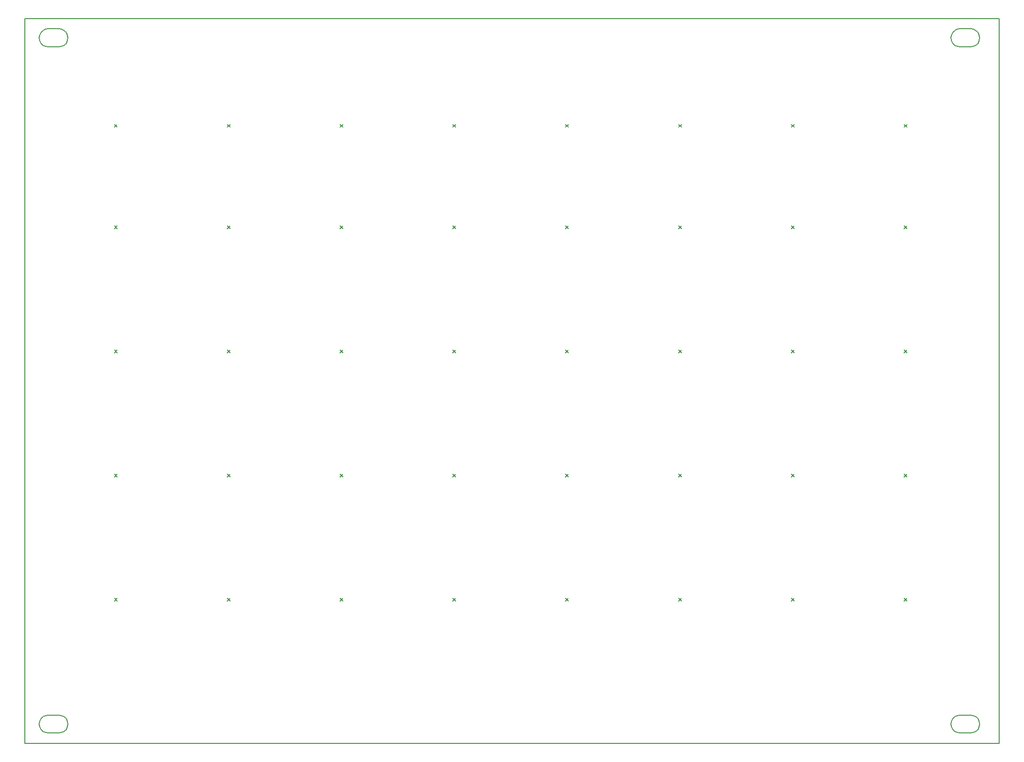
<source format=gbr>
G04 #@! TF.GenerationSoftware,KiCad,Pcbnew,5.0.2+dfsg1-1~bpo9+1*
G04 #@! TF.CreationDate,2019-09-09T21:32:31+02:00*
G04 #@! TF.ProjectId,frontpanel,66726f6e-7470-4616-9e65-6c2e6b696361,rev?*
G04 #@! TF.SameCoordinates,Original*
G04 #@! TF.FileFunction,Profile,NP*
%FSLAX46Y46*%
G04 Gerber Fmt 4.6, Leading zero omitted, Abs format (unit mm)*
G04 Created by KiCad (PCBNEW 5.0.2+dfsg1-1~bpo9+1) date Mon 09 Sep 2019 09:32:31 PM CEST*
%MOMM*%
%LPD*%
G01*
G04 APERTURE LIST*
%ADD10C,0.200000*%
G04 APERTURE END LIST*
D10*
X72019690Y-29951000D02*
X71792420Y-30397000D01*
X72098000Y-29457000D02*
X72019690Y-29951000D01*
X72019690Y-28962000D02*
X72098000Y-29457000D01*
X71792420Y-28516000D02*
X72019690Y-28962000D01*
X71438450Y-28162000D02*
X71792420Y-28516000D01*
X70992420Y-27935000D02*
X71438450Y-28162000D01*
X70497990Y-27856000D02*
X70992420Y-27935000D01*
X68618000Y-27856000D02*
X70497990Y-27856000D01*
X68123570Y-27935000D02*
X68618000Y-27856000D01*
X67677540Y-28162000D02*
X68123570Y-27935000D01*
X67323570Y-28516000D02*
X67677540Y-28162000D01*
X67096300Y-28962000D02*
X67323570Y-28516000D01*
X67017990Y-29457000D02*
X67096300Y-28962000D01*
X67096300Y-29951000D02*
X67017990Y-29457000D01*
X67323570Y-30397000D02*
X67096300Y-29951000D01*
X200338000Y-107294000D02*
X200838000Y-106794000D01*
X160838000Y-107294000D02*
X160338000Y-106794000D01*
X160838000Y-106794000D02*
X160338000Y-107294000D01*
X160338000Y-106794000D02*
X160838000Y-107294000D01*
X160338000Y-107294000D02*
X160838000Y-106794000D01*
X120838000Y-107294000D02*
X120338000Y-106794000D01*
X120838000Y-106794000D02*
X120338000Y-107294000D01*
X120338000Y-106794000D02*
X120838000Y-107294000D01*
X120338000Y-107294000D02*
X120838000Y-106794000D01*
X140838000Y-107294000D02*
X140338000Y-106794000D01*
X140838000Y-106794000D02*
X140338000Y-107294000D01*
X140338000Y-106794000D02*
X140838000Y-107294000D01*
X140338000Y-107294000D02*
X140838000Y-106794000D01*
X220838000Y-107294000D02*
X220338000Y-106794000D01*
X220838000Y-106794000D02*
X220338000Y-107294000D01*
X64478000Y-154544000D02*
X237198000Y-154544000D01*
X64478000Y-26044000D02*
X64478000Y-154544000D01*
X200338000Y-63294000D02*
X200838000Y-62794000D01*
X180838000Y-63294000D02*
X180338000Y-62794000D01*
X180838000Y-62794000D02*
X180338000Y-63294000D01*
X180338000Y-62794000D02*
X180838000Y-63294000D01*
X180338000Y-63294000D02*
X180838000Y-62794000D01*
X120338000Y-63294000D02*
X120838000Y-62794000D01*
X120838000Y-63294000D02*
X120338000Y-62794000D01*
X120838000Y-62794000D02*
X120338000Y-63294000D01*
X120338000Y-62794000D02*
X120838000Y-63294000D01*
X200838000Y-45294000D02*
X200338000Y-44794000D01*
X200838000Y-44794000D02*
X200338000Y-45294000D01*
X200338000Y-44794000D02*
X200838000Y-45294000D01*
X200338000Y-45294000D02*
X200838000Y-44794000D01*
X80838000Y-45294000D02*
X80338000Y-44794000D01*
X80838000Y-44794000D02*
X80338000Y-45294000D01*
X180838000Y-107294000D02*
X180338000Y-106794000D01*
X180838000Y-106794000D02*
X180338000Y-107294000D01*
X180338000Y-106794000D02*
X180838000Y-107294000D01*
X180338000Y-107294000D02*
X180838000Y-106794000D01*
X100838000Y-107294000D02*
X100338000Y-106794000D01*
X100838000Y-106794000D02*
X100338000Y-107294000D01*
X100338000Y-106794000D02*
X100838000Y-107294000D01*
X100338000Y-107294000D02*
X100838000Y-106794000D01*
X80838000Y-107294000D02*
X80338000Y-106794000D01*
X80838000Y-106794000D02*
X80338000Y-107294000D01*
X80338000Y-106794000D02*
X80838000Y-107294000D01*
X80338000Y-107294000D02*
X80838000Y-106794000D01*
X200838000Y-107294000D02*
X200338000Y-106794000D01*
X200838000Y-106794000D02*
X200338000Y-107294000D01*
X200338000Y-106794000D02*
X200838000Y-107294000D01*
X67677540Y-30751000D02*
X67323570Y-30397000D01*
X68123570Y-30978000D02*
X67677540Y-30751000D01*
X68618000Y-31056000D02*
X68123570Y-30978000D01*
X232118000Y-31056000D02*
X230238000Y-31056000D01*
X232612000Y-30978000D02*
X232118000Y-31056000D01*
X233058000Y-30751000D02*
X232612000Y-30978000D01*
X233412000Y-30397000D02*
X233058000Y-30751000D01*
X233640000Y-29951000D02*
X233412000Y-30397000D01*
X233718000Y-29457000D02*
X233640000Y-29951000D01*
X233640000Y-28962000D02*
X233718000Y-29457000D01*
X233412000Y-28516000D02*
X233640000Y-28962000D01*
X233058000Y-28162000D02*
X233412000Y-28516000D01*
X232612000Y-27935000D02*
X233058000Y-28162000D01*
X232118000Y-27856000D02*
X232612000Y-27935000D01*
X230238000Y-27856000D02*
X232118000Y-27856000D01*
X229744000Y-27935000D02*
X230238000Y-27856000D01*
X232612000Y-149609810D02*
X233058000Y-149837080D01*
X232118000Y-149531500D02*
X232612000Y-149609810D01*
X230238000Y-149531500D02*
X232118000Y-149531500D01*
X229744000Y-149609810D02*
X230238000Y-149531500D01*
X229298000Y-149837080D02*
X229744000Y-149609810D01*
X228944000Y-150191050D02*
X229298000Y-149837080D01*
X228716000Y-150637080D02*
X228944000Y-150191050D01*
X228638000Y-151131510D02*
X228716000Y-150637080D01*
X228716000Y-151625940D02*
X228638000Y-151131510D01*
X228944000Y-152071970D02*
X228716000Y-151625940D01*
X229298000Y-152425930D02*
X228944000Y-152071970D01*
X229744000Y-152653190D02*
X229298000Y-152425930D01*
X230238000Y-152731500D02*
X229744000Y-152653190D01*
X200838000Y-129294000D02*
X200338000Y-128794000D01*
X200838000Y-128794000D02*
X200338000Y-129294000D01*
X140838000Y-44794000D02*
X140338000Y-45294000D01*
X140338000Y-44794000D02*
X140838000Y-45294000D01*
X140338000Y-45294000D02*
X140838000Y-44794000D01*
X100838000Y-45294000D02*
X100338000Y-44794000D01*
X100838000Y-44794000D02*
X100338000Y-45294000D01*
X100338000Y-44794000D02*
X100838000Y-45294000D01*
X100338000Y-45294000D02*
X100838000Y-44794000D01*
X220838000Y-45294000D02*
X220338000Y-44794000D01*
X220838000Y-44794000D02*
X220338000Y-45294000D01*
X220338000Y-44794000D02*
X220838000Y-45294000D01*
X220338000Y-45294000D02*
X220838000Y-44794000D01*
X70497990Y-31056000D02*
X68618000Y-31056000D01*
X70992420Y-30978000D02*
X70497990Y-31056000D01*
X71438450Y-30751000D02*
X70992420Y-30978000D01*
X71792420Y-30397000D02*
X71438450Y-30751000D01*
X220338000Y-106794000D02*
X220838000Y-107294000D01*
X220338000Y-107294000D02*
X220838000Y-106794000D01*
X200838000Y-85294000D02*
X200338000Y-84794000D01*
X200838000Y-84794000D02*
X200338000Y-85294000D01*
X200338000Y-84794000D02*
X200838000Y-85294000D01*
X200338000Y-85294000D02*
X200838000Y-84794000D01*
X100338000Y-85294000D02*
X100838000Y-84794000D01*
X100838000Y-85294000D02*
X100338000Y-84794000D01*
X100838000Y-84794000D02*
X100338000Y-85294000D01*
X100338000Y-84794000D02*
X100838000Y-85294000D01*
X80838000Y-85294000D02*
X80338000Y-84794000D01*
X80838000Y-84794000D02*
X80338000Y-85294000D01*
X80338000Y-84794000D02*
X80838000Y-85294000D01*
X80338000Y-85294000D02*
X80838000Y-84794000D01*
X160838000Y-85294000D02*
X160338000Y-84794000D01*
X229298000Y-28162000D02*
X229744000Y-27935000D01*
X228944000Y-28516000D02*
X229298000Y-28162000D01*
X228716000Y-28962000D02*
X228944000Y-28516000D01*
X228638000Y-29457000D02*
X228716000Y-28962000D01*
X228716000Y-29951000D02*
X228638000Y-29457000D01*
X230238000Y-31056000D02*
X229744000Y-30978000D01*
X237198000Y-154544000D02*
X237198000Y-26044000D01*
X228944000Y-30397000D02*
X228716000Y-29951000D01*
X229298000Y-30751000D02*
X228944000Y-30397000D01*
X229744000Y-30978000D02*
X229298000Y-30751000D01*
X100838000Y-128794000D02*
X100338000Y-129294000D01*
X100338000Y-128794000D02*
X100838000Y-129294000D01*
X100338000Y-129294000D02*
X100838000Y-128794000D01*
X80838000Y-129294000D02*
X80338000Y-128794000D01*
X80838000Y-128794000D02*
X80338000Y-129294000D01*
X80338000Y-128794000D02*
X80838000Y-129294000D01*
X80338000Y-129294000D02*
X80838000Y-128794000D01*
X120838000Y-129294000D02*
X120338000Y-128794000D01*
X120838000Y-128794000D02*
X120338000Y-129294000D01*
X120338000Y-128794000D02*
X120838000Y-129294000D01*
X120338000Y-129294000D02*
X120838000Y-128794000D01*
X220838000Y-129294000D02*
X220338000Y-128794000D01*
X220838000Y-128794000D02*
X220338000Y-129294000D01*
X220338000Y-128794000D02*
X220838000Y-129294000D01*
X220338000Y-129294000D02*
X220838000Y-128794000D01*
X70992420Y-152653190D02*
X70497990Y-152731500D01*
X71438450Y-152425930D02*
X70992420Y-152653190D01*
X71792420Y-152071970D02*
X71438450Y-152425930D01*
X72019690Y-151625940D02*
X71792420Y-152071970D01*
X72098000Y-151131510D02*
X72019690Y-151625940D01*
X72019690Y-150637080D02*
X72098000Y-151131510D01*
X71792420Y-150191050D02*
X72019690Y-150637080D01*
X71438450Y-149837080D02*
X71792420Y-150191050D01*
X70992420Y-149609810D02*
X71438450Y-149837080D01*
X70497990Y-149531500D02*
X70992420Y-149609810D01*
X68618000Y-149531500D02*
X70497990Y-149531500D01*
X68123570Y-149609810D02*
X68618000Y-149531500D01*
X67677540Y-149837080D02*
X68123570Y-149609810D01*
X67323570Y-150191050D02*
X67677540Y-149837080D01*
X67096300Y-150637080D02*
X67323570Y-150191050D01*
X140338000Y-85294000D02*
X140838000Y-84794000D01*
X140838000Y-85294000D02*
X140338000Y-84794000D01*
X140838000Y-84794000D02*
X140338000Y-85294000D01*
X140338000Y-84794000D02*
X140838000Y-85294000D01*
X120338000Y-85294000D02*
X120838000Y-84794000D01*
X120838000Y-85294000D02*
X120338000Y-84794000D01*
X120838000Y-84794000D02*
X120338000Y-85294000D01*
X120338000Y-84794000D02*
X120838000Y-85294000D01*
X140338000Y-63294000D02*
X140838000Y-62794000D01*
X140838000Y-63294000D02*
X140338000Y-62794000D01*
X140838000Y-62794000D02*
X140338000Y-63294000D01*
X140338000Y-62794000D02*
X140838000Y-63294000D01*
X70497990Y-152731500D02*
X68618000Y-152731500D01*
X160838000Y-63294000D02*
X160338000Y-62794000D01*
X160838000Y-62794000D02*
X160338000Y-63294000D01*
X160338000Y-62794000D02*
X160838000Y-63294000D01*
X160338000Y-63294000D02*
X160838000Y-62794000D01*
X100838000Y-63294000D02*
X100338000Y-62794000D01*
X100838000Y-62794000D02*
X100338000Y-63294000D01*
X100338000Y-62794000D02*
X100838000Y-63294000D01*
X100338000Y-63294000D02*
X100838000Y-62794000D01*
X80838000Y-63294000D02*
X80338000Y-62794000D01*
X80838000Y-62794000D02*
X80338000Y-63294000D01*
X80338000Y-62794000D02*
X80838000Y-63294000D01*
X80338000Y-63294000D02*
X80838000Y-62794000D01*
X200838000Y-63294000D02*
X200338000Y-62794000D01*
X200838000Y-62794000D02*
X200338000Y-63294000D01*
X200338000Y-62794000D02*
X200838000Y-63294000D01*
X160838000Y-84794000D02*
X160338000Y-85294000D01*
X160338000Y-84794000D02*
X160838000Y-85294000D01*
X160338000Y-85294000D02*
X160838000Y-84794000D01*
X180838000Y-85294000D02*
X180338000Y-84794000D01*
X180838000Y-84794000D02*
X180338000Y-85294000D01*
X180338000Y-84794000D02*
X180838000Y-85294000D01*
X180338000Y-85294000D02*
X180838000Y-84794000D01*
X220838000Y-85294000D02*
X220338000Y-84794000D01*
X220838000Y-84794000D02*
X220338000Y-85294000D01*
X220338000Y-84794000D02*
X220838000Y-85294000D01*
X220338000Y-85294000D02*
X220838000Y-84794000D01*
X220838000Y-63294000D02*
X220338000Y-62794000D01*
X220838000Y-62794000D02*
X220338000Y-63294000D01*
X220338000Y-62794000D02*
X220838000Y-63294000D01*
X220338000Y-63294000D02*
X220838000Y-62794000D01*
X67017990Y-151131510D02*
X67096300Y-150637080D01*
X67096300Y-151625940D02*
X67017990Y-151131510D01*
X67323570Y-152071970D02*
X67096300Y-151625940D01*
X67677540Y-152425930D02*
X67323570Y-152071970D01*
X68123570Y-152653190D02*
X67677540Y-152425930D01*
X68618000Y-152731500D02*
X68123570Y-152653190D01*
X232118000Y-152731500D02*
X230238000Y-152731500D01*
X232612000Y-152653190D02*
X232118000Y-152731500D01*
X233058000Y-152425930D02*
X232612000Y-152653190D01*
X233412000Y-152071970D02*
X233058000Y-152425930D01*
X233640000Y-151625940D02*
X233412000Y-152071970D01*
X233718000Y-151131510D02*
X233640000Y-151625940D01*
X233640000Y-150637080D02*
X233718000Y-151131510D01*
X233412000Y-150191050D02*
X233640000Y-150637080D01*
X233058000Y-149837080D02*
X233412000Y-150191050D01*
X237198000Y-26044000D02*
X64478000Y-26044000D01*
X80338000Y-44794000D02*
X80838000Y-45294000D01*
X80338000Y-45294000D02*
X80838000Y-44794000D01*
X180838000Y-45294000D02*
X180338000Y-44794000D01*
X180838000Y-44794000D02*
X180338000Y-45294000D01*
X180338000Y-44794000D02*
X180838000Y-45294000D01*
X180338000Y-45294000D02*
X180838000Y-44794000D01*
X120838000Y-45294000D02*
X120338000Y-44794000D01*
X120838000Y-44794000D02*
X120338000Y-45294000D01*
X120338000Y-44794000D02*
X120838000Y-45294000D01*
X120338000Y-45294000D02*
X120838000Y-44794000D01*
X160838000Y-45294000D02*
X160338000Y-44794000D01*
X160838000Y-44794000D02*
X160338000Y-45294000D01*
X160338000Y-44794000D02*
X160838000Y-45294000D01*
X160338000Y-45294000D02*
X160838000Y-44794000D01*
X140838000Y-45294000D02*
X140338000Y-44794000D01*
X200338000Y-128794000D02*
X200838000Y-129294000D01*
X200338000Y-129294000D02*
X200838000Y-128794000D01*
X180838000Y-129294000D02*
X180338000Y-128794000D01*
X180838000Y-128794000D02*
X180338000Y-129294000D01*
X180338000Y-128794000D02*
X180838000Y-129294000D01*
X180338000Y-129294000D02*
X180838000Y-128794000D01*
X140838000Y-129294000D02*
X140338000Y-128794000D01*
X140838000Y-128794000D02*
X140338000Y-129294000D01*
X140338000Y-128794000D02*
X140838000Y-129294000D01*
X140338000Y-129294000D02*
X140838000Y-128794000D01*
X160838000Y-129294000D02*
X160338000Y-128794000D01*
X160838000Y-128794000D02*
X160338000Y-129294000D01*
X160338000Y-128794000D02*
X160838000Y-129294000D01*
X160338000Y-129294000D02*
X160838000Y-128794000D01*
X100838000Y-129294000D02*
X100338000Y-128794000D01*
M02*

</source>
